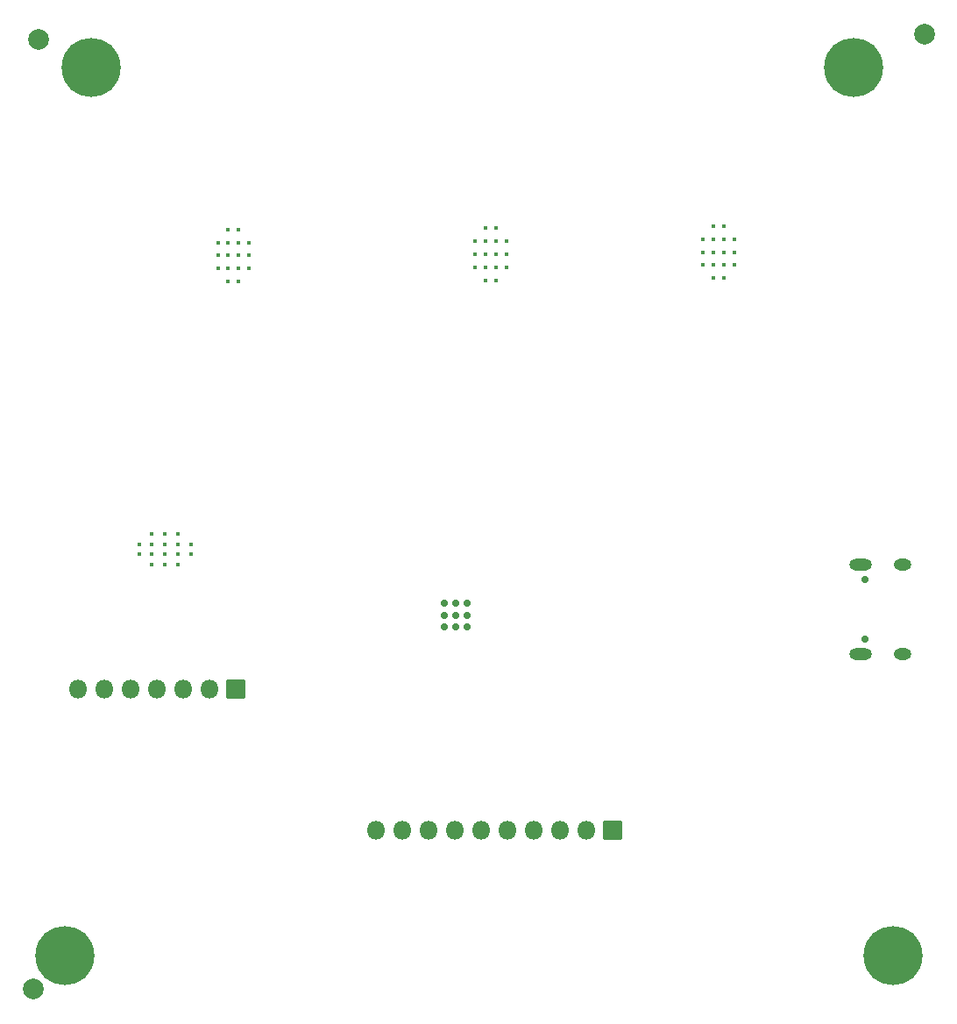
<source format=gbs>
%TF.GenerationSoftware,KiCad,Pcbnew,8.0.6-8.0.6-0~ubuntu24.04.1*%
%TF.CreationDate,2025-03-15T16:41:29-07:00*%
%TF.ProjectId,motor_board,6d6f746f-725f-4626-9f61-72642e6b6963,idk*%
%TF.SameCoordinates,Original*%
%TF.FileFunction,Soldermask,Bot*%
%TF.FilePolarity,Negative*%
%FSLAX46Y46*%
G04 Gerber Fmt 4.6, Leading zero omitted, Abs format (unit mm)*
G04 Created by KiCad (PCBNEW 8.0.6-8.0.6-0~ubuntu24.04.1) date 2025-03-15 16:41:29*
%MOMM*%
%LPD*%
G01*
G04 APERTURE LIST*
G04 Aperture macros list*
%AMRoundRect*
0 Rectangle with rounded corners*
0 $1 Rounding radius*
0 $2 $3 $4 $5 $6 $7 $8 $9 X,Y pos of 4 corners*
0 Add a 4 corners polygon primitive as box body*
4,1,4,$2,$3,$4,$5,$6,$7,$8,$9,$2,$3,0*
0 Add four circle primitives for the rounded corners*
1,1,$1+$1,$2,$3*
1,1,$1+$1,$4,$5*
1,1,$1+$1,$6,$7*
1,1,$1+$1,$8,$9*
0 Add four rect primitives between the rounded corners*
20,1,$1+$1,$2,$3,$4,$5,0*
20,1,$1+$1,$4,$5,$6,$7,0*
20,1,$1+$1,$6,$7,$8,$9,0*
20,1,$1+$1,$8,$9,$2,$3,0*%
G04 Aperture macros list end*
%ADD10C,5.701600*%
%ADD11C,0.701600*%
%ADD12O,2.201600X1.101600*%
%ADD13O,1.701600X1.101600*%
%ADD14C,0.401600*%
%ADD15RoundRect,0.050800X-0.850000X0.850000X-0.850000X-0.850000X0.850000X-0.850000X0.850000X0.850000X0*%
%ADD16O,1.801600X1.801600*%
%ADD17C,2.000000*%
%ADD18RoundRect,0.050800X0.850000X-0.850000X0.850000X0.850000X-0.850000X0.850000X-0.850000X-0.850000X0*%
G04 APERTURE END LIST*
D10*
X105946000Y-57564100D03*
X103426000Y-143294000D03*
X183426100Y-143294100D03*
X179606000Y-57564000D03*
D11*
X180735000Y-112735000D03*
X180735000Y-106965000D03*
D12*
X180235000Y-114170000D03*
D13*
X184375000Y-114170000D03*
D12*
X180235000Y-105530000D03*
D13*
X184375000Y-105530000D03*
D14*
X114297132Y-102570868D03*
X113047132Y-102570868D03*
X111797132Y-102570868D03*
X115547132Y-103570868D03*
X114297132Y-103570868D03*
X113047132Y-103570868D03*
X111797132Y-103570868D03*
X110547132Y-103570868D03*
X115547132Y-104570868D03*
X114297132Y-104570868D03*
X113047132Y-104570868D03*
X111797132Y-104570868D03*
X110547132Y-104570868D03*
X114297132Y-105570868D03*
X113047132Y-105570868D03*
X111797132Y-105570868D03*
D15*
X119914100Y-117573900D03*
D16*
X117374100Y-117573900D03*
X114834100Y-117573900D03*
X112294100Y-117573900D03*
X109754100Y-117573900D03*
X107214100Y-117573900D03*
X104674100Y-117573900D03*
D14*
X146047132Y-76826933D03*
X146047132Y-75576933D03*
X146047132Y-74326933D03*
X145047132Y-78076933D03*
X145047132Y-76826933D03*
X145047132Y-75576933D03*
X145047132Y-74326933D03*
X145047132Y-73076933D03*
X144047132Y-78076933D03*
X144047132Y-76826933D03*
X144047132Y-75576933D03*
X144047132Y-74326933D03*
X144047132Y-73076933D03*
X143047132Y-76826933D03*
X143047132Y-75576933D03*
X143047132Y-74326933D03*
X168047132Y-76626933D03*
X168047132Y-75376933D03*
X168047132Y-74126933D03*
X167047132Y-77876933D03*
X167047132Y-76626933D03*
X167047132Y-75376933D03*
X167047132Y-74126933D03*
X167047132Y-72876933D03*
X166047132Y-77876933D03*
X166047132Y-76626933D03*
X166047132Y-75376933D03*
X166047132Y-74126933D03*
X166047132Y-72876933D03*
X165047132Y-76626933D03*
X165047132Y-75376933D03*
X165047132Y-74126933D03*
X121172132Y-76951933D03*
X121172132Y-75701933D03*
X121172132Y-74451933D03*
X120172132Y-78201933D03*
X120172132Y-76951933D03*
X120172132Y-75701933D03*
X120172132Y-74451933D03*
X120172132Y-73201933D03*
X119172132Y-78201933D03*
X119172132Y-76951933D03*
X119172132Y-75701933D03*
X119172132Y-74451933D03*
X119172132Y-73201933D03*
X118172132Y-76951933D03*
X118172132Y-75701933D03*
X118172132Y-74451933D03*
D11*
X142277433Y-109290567D03*
X141144100Y-109290567D03*
X140010767Y-109290567D03*
X142277433Y-110423900D03*
X141144100Y-110423900D03*
X140010767Y-110423900D03*
X142277433Y-111557233D03*
X141144100Y-111557233D03*
X140010767Y-111557233D03*
D17*
X186436000Y-54356000D03*
X100838000Y-54864000D03*
X100330000Y-146558000D03*
D18*
X156282000Y-131200000D03*
D16*
X153742000Y-131200000D03*
X151202000Y-131200000D03*
X148662000Y-131200000D03*
X146122000Y-131200000D03*
X143582000Y-131200000D03*
X141042000Y-131200000D03*
X138502000Y-131200000D03*
X135962000Y-131200000D03*
X133422000Y-131200000D03*
M02*

</source>
